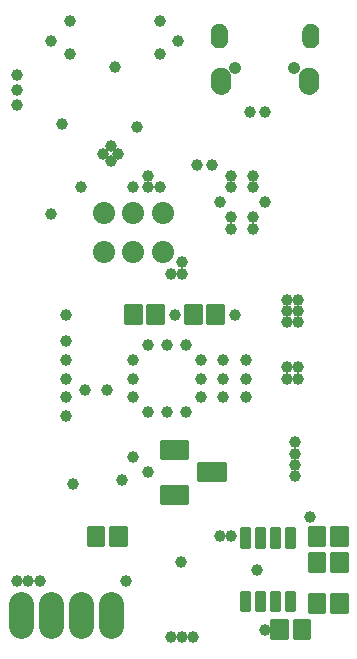
<source format=gbs>
G75*
%MOIN*%
%OFA0B0*%
%FSLAX25Y25*%
%IPPOS*%
%LPD*%
%AMOC8*
5,1,8,0,0,1.08239X$1,22.5*
%
%ADD10C,0.03953*%
%ADD11C,0.04150*%
%ADD12C,0.00039*%
%ADD13C,0.01224*%
%ADD14C,0.07378*%
%ADD15C,0.01210*%
%ADD16C,0.08200*%
%ADD17C,0.01237*%
D10*
X0007500Y0026250D03*
X0011250Y0026250D03*
X0015000Y0026250D03*
X0026250Y0058750D03*
X0042500Y0060000D03*
X0046250Y0067500D03*
X0051250Y0062500D03*
X0051250Y0082500D03*
X0046250Y0087500D03*
X0046250Y0093750D03*
X0046250Y0100000D03*
X0051250Y0105000D03*
X0057500Y0105000D03*
X0063750Y0105000D03*
X0068750Y0100000D03*
X0068750Y0093750D03*
X0068750Y0087500D03*
X0063750Y0082500D03*
X0057500Y0082500D03*
X0076250Y0087500D03*
X0076250Y0093750D03*
X0076250Y0100000D03*
X0083750Y0100000D03*
X0083750Y0093750D03*
X0083750Y0087500D03*
X0097500Y0093750D03*
X0097500Y0097500D03*
X0101250Y0097500D03*
X0101250Y0093750D03*
X0100000Y0072500D03*
X0100000Y0068750D03*
X0100000Y0065000D03*
X0100000Y0061250D03*
X0105000Y0047500D03*
X0087500Y0030000D03*
X0078750Y0041250D03*
X0075000Y0041250D03*
X0062264Y0032500D03*
X0043750Y0026250D03*
X0058750Y0007500D03*
X0062500Y0007500D03*
X0066250Y0007500D03*
X0090000Y0010000D03*
X0037500Y0090000D03*
X0030000Y0090000D03*
X0023750Y0087500D03*
X0023750Y0093750D03*
X0023750Y0100000D03*
X0023750Y0106250D03*
X0023750Y0115000D03*
X0023750Y0081250D03*
X0060000Y0115000D03*
X0058750Y0128750D03*
X0062500Y0128750D03*
X0062500Y0132500D03*
X0075000Y0152500D03*
X0078750Y0147500D03*
X0078750Y0143750D03*
X0086250Y0143750D03*
X0086250Y0147500D03*
X0090000Y0152500D03*
X0086250Y0157500D03*
X0086250Y0161250D03*
X0078750Y0161250D03*
X0078750Y0157500D03*
X0072500Y0165000D03*
X0067500Y0165000D03*
X0055000Y0157500D03*
X0051250Y0157500D03*
X0051250Y0161250D03*
X0046250Y0157500D03*
X0038750Y0166250D03*
X0036250Y0168750D03*
X0038750Y0171250D03*
X0041250Y0168750D03*
X0047500Y0177500D03*
X0040000Y0197500D03*
X0025000Y0202087D03*
X0025000Y0202087D03*
X0025000Y0202087D03*
X0025000Y0202087D03*
X0025000Y0202087D03*
X0025000Y0202087D03*
X0025000Y0202087D03*
X0025000Y0202087D03*
X0025000Y0202087D03*
X0025000Y0202087D03*
X0025000Y0202087D03*
X0018750Y0206250D03*
X0025000Y0212913D03*
X0025000Y0212913D03*
X0025000Y0212913D03*
X0025000Y0212913D03*
X0025000Y0212913D03*
X0025000Y0212913D03*
X0025000Y0212913D03*
X0025000Y0212913D03*
X0025000Y0212913D03*
X0025000Y0212913D03*
X0025000Y0212913D03*
X0007500Y0195000D03*
X0007500Y0190000D03*
X0007500Y0185000D03*
X0022500Y0178750D03*
X0028750Y0157500D03*
X0018750Y0148750D03*
X0055000Y0202087D03*
X0055000Y0202087D03*
X0055000Y0202087D03*
X0055000Y0202087D03*
X0055000Y0202087D03*
X0055000Y0202087D03*
X0055000Y0202087D03*
X0055000Y0202087D03*
X0055000Y0202087D03*
X0055000Y0202087D03*
X0055000Y0202087D03*
X0061250Y0206250D03*
X0055000Y0212913D03*
X0055000Y0212913D03*
X0055000Y0212913D03*
X0055000Y0212913D03*
X0055000Y0212913D03*
X0055000Y0212913D03*
X0055000Y0212913D03*
X0055000Y0212913D03*
X0055000Y0212913D03*
X0055000Y0212913D03*
X0055000Y0212913D03*
X0085000Y0182500D03*
X0090000Y0182500D03*
X0097500Y0120000D03*
X0097500Y0116250D03*
X0097500Y0112500D03*
X0101250Y0112500D03*
X0101250Y0116250D03*
X0101250Y0120000D03*
X0080000Y0115000D03*
D11*
X0080157Y0197217D03*
X0099843Y0197217D03*
D12*
X0101994Y0195998D02*
X0107337Y0195998D01*
X0107359Y0195960D02*
X0101972Y0195960D01*
X0101950Y0195923D02*
X0107381Y0195923D01*
X0107403Y0195885D02*
X0101928Y0195885D01*
X0101906Y0195847D02*
X0107425Y0195847D01*
X0107446Y0195809D02*
X0101884Y0195809D01*
X0101862Y0195771D02*
X0107468Y0195771D01*
X0107490Y0195733D02*
X0101841Y0195733D01*
X0101819Y0195695D02*
X0107512Y0195695D01*
X0107534Y0195657D02*
X0101797Y0195657D01*
X0101775Y0195620D02*
X0107556Y0195620D01*
X0107578Y0195582D02*
X0101753Y0195582D01*
X0101731Y0195544D02*
X0107599Y0195544D01*
X0107621Y0195506D02*
X0101709Y0195506D01*
X0101698Y0195486D02*
X0102038Y0196074D01*
X0102037Y0196074D02*
X0107293Y0196074D01*
X0107633Y0195486D01*
X0107842Y0194841D01*
X0107913Y0194165D01*
X0107913Y0192000D01*
X0107842Y0191325D01*
X0107633Y0190679D01*
X0107293Y0190091D01*
X0106839Y0189586D01*
X0106289Y0189187D01*
X0105669Y0188911D01*
X0105005Y0188770D01*
X0104326Y0188770D01*
X0103662Y0188911D01*
X0103041Y0189187D01*
X0102492Y0189586D01*
X0102038Y0190091D01*
X0101698Y0190679D01*
X0101488Y0191325D01*
X0101417Y0192000D01*
X0101417Y0194165D01*
X0101488Y0194841D01*
X0101698Y0195486D01*
X0101692Y0195468D02*
X0107639Y0195468D01*
X0107651Y0195430D02*
X0101680Y0195430D01*
X0101668Y0195392D02*
X0107663Y0195392D01*
X0107675Y0195354D02*
X0101655Y0195354D01*
X0101643Y0195316D02*
X0107688Y0195316D01*
X0107700Y0195279D02*
X0101631Y0195279D01*
X0101618Y0195241D02*
X0107712Y0195241D01*
X0107725Y0195203D02*
X0101606Y0195203D01*
X0101594Y0195165D02*
X0107737Y0195165D01*
X0107749Y0195127D02*
X0101581Y0195127D01*
X0101569Y0195089D02*
X0107762Y0195089D01*
X0107774Y0195051D02*
X0101557Y0195051D01*
X0101544Y0195013D02*
X0107786Y0195013D01*
X0107799Y0194976D02*
X0101532Y0194976D01*
X0101520Y0194938D02*
X0107811Y0194938D01*
X0107823Y0194900D02*
X0101508Y0194900D01*
X0101495Y0194862D02*
X0107835Y0194862D01*
X0107844Y0194824D02*
X0101487Y0194824D01*
X0101483Y0194786D02*
X0107848Y0194786D01*
X0107852Y0194748D02*
X0101479Y0194748D01*
X0101475Y0194710D02*
X0107856Y0194710D01*
X0107860Y0194673D02*
X0101471Y0194673D01*
X0101467Y0194635D02*
X0107864Y0194635D01*
X0107868Y0194597D02*
X0101463Y0194597D01*
X0101459Y0194559D02*
X0107872Y0194559D01*
X0107876Y0194521D02*
X0101455Y0194521D01*
X0101451Y0194483D02*
X0107880Y0194483D01*
X0107884Y0194445D02*
X0101447Y0194445D01*
X0101443Y0194407D02*
X0107888Y0194407D01*
X0107892Y0194369D02*
X0101439Y0194369D01*
X0101435Y0194332D02*
X0107896Y0194332D01*
X0107900Y0194294D02*
X0101431Y0194294D01*
X0101427Y0194256D02*
X0107904Y0194256D01*
X0107908Y0194218D02*
X0101423Y0194218D01*
X0101419Y0194180D02*
X0107912Y0194180D01*
X0107913Y0194142D02*
X0101417Y0194142D01*
X0101417Y0194104D02*
X0107913Y0194104D01*
X0107913Y0194066D02*
X0101417Y0194066D01*
X0101417Y0194029D02*
X0107913Y0194029D01*
X0107913Y0193991D02*
X0101417Y0193991D01*
X0101417Y0193953D02*
X0107913Y0193953D01*
X0107913Y0193915D02*
X0101417Y0193915D01*
X0101417Y0193877D02*
X0107913Y0193877D01*
X0107913Y0193839D02*
X0101417Y0193839D01*
X0101417Y0193801D02*
X0107913Y0193801D01*
X0107913Y0193763D02*
X0101417Y0193763D01*
X0101417Y0193725D02*
X0107913Y0193725D01*
X0107913Y0193688D02*
X0101417Y0193688D01*
X0101417Y0193650D02*
X0107913Y0193650D01*
X0107913Y0193612D02*
X0101417Y0193612D01*
X0101417Y0193574D02*
X0107913Y0193574D01*
X0107913Y0193536D02*
X0101417Y0193536D01*
X0101417Y0193498D02*
X0107913Y0193498D01*
X0107913Y0193460D02*
X0101417Y0193460D01*
X0101417Y0193422D02*
X0107913Y0193422D01*
X0107913Y0193385D02*
X0101417Y0193385D01*
X0101417Y0193347D02*
X0107913Y0193347D01*
X0107913Y0193309D02*
X0101417Y0193309D01*
X0101417Y0193271D02*
X0107913Y0193271D01*
X0107913Y0193233D02*
X0101417Y0193233D01*
X0101417Y0193195D02*
X0107913Y0193195D01*
X0107913Y0193157D02*
X0101417Y0193157D01*
X0101417Y0193119D02*
X0107913Y0193119D01*
X0107913Y0193081D02*
X0101417Y0193081D01*
X0101417Y0193044D02*
X0107913Y0193044D01*
X0107913Y0193006D02*
X0101417Y0193006D01*
X0101417Y0192968D02*
X0107913Y0192968D01*
X0107913Y0192930D02*
X0101417Y0192930D01*
X0101417Y0192892D02*
X0107913Y0192892D01*
X0107913Y0192854D02*
X0101417Y0192854D01*
X0101417Y0192816D02*
X0107913Y0192816D01*
X0107913Y0192778D02*
X0101417Y0192778D01*
X0101417Y0192741D02*
X0107913Y0192741D01*
X0107913Y0192703D02*
X0101417Y0192703D01*
X0101417Y0192665D02*
X0107913Y0192665D01*
X0107913Y0192627D02*
X0101417Y0192627D01*
X0101417Y0192589D02*
X0107913Y0192589D01*
X0107913Y0192551D02*
X0101417Y0192551D01*
X0101417Y0192513D02*
X0107913Y0192513D01*
X0107913Y0192475D02*
X0101417Y0192475D01*
X0101417Y0192437D02*
X0107913Y0192437D01*
X0107913Y0192400D02*
X0101417Y0192400D01*
X0101417Y0192362D02*
X0107913Y0192362D01*
X0107913Y0192324D02*
X0101417Y0192324D01*
X0101417Y0192286D02*
X0107913Y0192286D01*
X0107913Y0192248D02*
X0101417Y0192248D01*
X0101417Y0192210D02*
X0107913Y0192210D01*
X0107913Y0192172D02*
X0101417Y0192172D01*
X0101417Y0192134D02*
X0107913Y0192134D01*
X0107913Y0192097D02*
X0101417Y0192097D01*
X0101417Y0192059D02*
X0107913Y0192059D01*
X0107913Y0192021D02*
X0101417Y0192021D01*
X0101419Y0191983D02*
X0107912Y0191983D01*
X0107908Y0191945D02*
X0101423Y0191945D01*
X0101427Y0191907D02*
X0107904Y0191907D01*
X0107900Y0191869D02*
X0101431Y0191869D01*
X0101435Y0191831D02*
X0107896Y0191831D01*
X0107892Y0191794D02*
X0101439Y0191794D01*
X0101443Y0191756D02*
X0107888Y0191756D01*
X0107884Y0191718D02*
X0101447Y0191718D01*
X0101451Y0191680D02*
X0107880Y0191680D01*
X0107876Y0191642D02*
X0101455Y0191642D01*
X0101459Y0191604D02*
X0107872Y0191604D01*
X0107868Y0191566D02*
X0101463Y0191566D01*
X0101467Y0191528D02*
X0107864Y0191528D01*
X0107860Y0191490D02*
X0101471Y0191490D01*
X0101475Y0191453D02*
X0107856Y0191453D01*
X0107852Y0191415D02*
X0101479Y0191415D01*
X0101483Y0191377D02*
X0107848Y0191377D01*
X0107844Y0191339D02*
X0101487Y0191339D01*
X0101496Y0191301D02*
X0107835Y0191301D01*
X0107822Y0191263D02*
X0101508Y0191263D01*
X0101521Y0191225D02*
X0107810Y0191225D01*
X0107798Y0191187D02*
X0101533Y0191187D01*
X0101545Y0191150D02*
X0107786Y0191150D01*
X0107773Y0191112D02*
X0101558Y0191112D01*
X0101570Y0191074D02*
X0107761Y0191074D01*
X0107749Y0191036D02*
X0101582Y0191036D01*
X0101594Y0190998D02*
X0107736Y0190998D01*
X0107724Y0190960D02*
X0101607Y0190960D01*
X0101619Y0190922D02*
X0107712Y0190922D01*
X0107699Y0190884D02*
X0101631Y0190884D01*
X0101644Y0190846D02*
X0107687Y0190846D01*
X0107675Y0190809D02*
X0101656Y0190809D01*
X0101668Y0190771D02*
X0107662Y0190771D01*
X0107650Y0190733D02*
X0101681Y0190733D01*
X0101693Y0190695D02*
X0107638Y0190695D01*
X0107620Y0190657D02*
X0101711Y0190657D01*
X0101733Y0190619D02*
X0107598Y0190619D01*
X0107576Y0190581D02*
X0101754Y0190581D01*
X0101776Y0190543D02*
X0107554Y0190543D01*
X0107532Y0190506D02*
X0101798Y0190506D01*
X0101820Y0190468D02*
X0107511Y0190468D01*
X0107489Y0190430D02*
X0101842Y0190430D01*
X0101864Y0190392D02*
X0107467Y0190392D01*
X0107445Y0190354D02*
X0101886Y0190354D01*
X0101908Y0190316D02*
X0107423Y0190316D01*
X0107401Y0190278D02*
X0101929Y0190278D01*
X0101951Y0190240D02*
X0107379Y0190240D01*
X0107358Y0190202D02*
X0101973Y0190202D01*
X0101995Y0190165D02*
X0107336Y0190165D01*
X0107314Y0190127D02*
X0102017Y0190127D01*
X0102039Y0190089D02*
X0107291Y0190089D01*
X0107257Y0190051D02*
X0102074Y0190051D01*
X0102108Y0190013D02*
X0107223Y0190013D01*
X0107189Y0189975D02*
X0102142Y0189975D01*
X0102176Y0189937D02*
X0107155Y0189937D01*
X0107121Y0189899D02*
X0102210Y0189899D01*
X0102244Y0189862D02*
X0107087Y0189862D01*
X0107052Y0189824D02*
X0102278Y0189824D01*
X0102312Y0189786D02*
X0107018Y0189786D01*
X0106984Y0189748D02*
X0102346Y0189748D01*
X0102381Y0189710D02*
X0106950Y0189710D01*
X0106916Y0189672D02*
X0102415Y0189672D01*
X0102449Y0189634D02*
X0106882Y0189634D01*
X0106848Y0189596D02*
X0102483Y0189596D01*
X0102530Y0189559D02*
X0106801Y0189559D01*
X0106748Y0189521D02*
X0102582Y0189521D01*
X0102634Y0189483D02*
X0106696Y0189483D01*
X0106644Y0189445D02*
X0102687Y0189445D01*
X0102739Y0189407D02*
X0106592Y0189407D01*
X0106540Y0189369D02*
X0102791Y0189369D01*
X0102843Y0189331D02*
X0106488Y0189331D01*
X0106436Y0189293D02*
X0102895Y0189293D01*
X0102947Y0189255D02*
X0106383Y0189255D01*
X0106331Y0189218D02*
X0102999Y0189218D01*
X0103058Y0189180D02*
X0106273Y0189180D01*
X0106188Y0189142D02*
X0103143Y0189142D01*
X0103228Y0189104D02*
X0106103Y0189104D01*
X0106017Y0189066D02*
X0103313Y0189066D01*
X0103398Y0189028D02*
X0105932Y0189028D01*
X0105847Y0188990D02*
X0103483Y0188990D01*
X0103569Y0188952D02*
X0105762Y0188952D01*
X0105677Y0188915D02*
X0103654Y0188915D01*
X0103823Y0188877D02*
X0105508Y0188877D01*
X0105330Y0188839D02*
X0104001Y0188839D01*
X0104179Y0188801D02*
X0105151Y0188801D01*
X0107315Y0196036D02*
X0102016Y0196036D01*
X0102038Y0196074D02*
X0102492Y0196579D01*
X0103041Y0196978D01*
X0103662Y0197254D01*
X0104326Y0197396D01*
X0105005Y0197396D01*
X0105669Y0197254D01*
X0106289Y0196978D01*
X0106839Y0196579D01*
X0107293Y0196074D01*
X0107259Y0196112D02*
X0102071Y0196112D01*
X0102106Y0196150D02*
X0107225Y0196150D01*
X0107191Y0196188D02*
X0102140Y0196188D01*
X0102174Y0196226D02*
X0107157Y0196226D01*
X0107123Y0196264D02*
X0102208Y0196264D01*
X0102242Y0196301D02*
X0107089Y0196301D01*
X0107055Y0196339D02*
X0102276Y0196339D01*
X0102310Y0196377D02*
X0107021Y0196377D01*
X0106986Y0196415D02*
X0102344Y0196415D01*
X0102378Y0196453D02*
X0106952Y0196453D01*
X0106918Y0196491D02*
X0102412Y0196491D01*
X0102447Y0196529D02*
X0106884Y0196529D01*
X0106850Y0196567D02*
X0102481Y0196567D01*
X0102527Y0196604D02*
X0106804Y0196604D01*
X0106752Y0196642D02*
X0102579Y0196642D01*
X0102631Y0196680D02*
X0106700Y0196680D01*
X0106647Y0196718D02*
X0102683Y0196718D01*
X0102735Y0196756D02*
X0106595Y0196756D01*
X0106543Y0196794D02*
X0102788Y0196794D01*
X0102840Y0196832D02*
X0106491Y0196832D01*
X0106439Y0196870D02*
X0102892Y0196870D01*
X0102944Y0196908D02*
X0106387Y0196908D01*
X0106335Y0196945D02*
X0102996Y0196945D01*
X0103053Y0196983D02*
X0106278Y0196983D01*
X0106193Y0197021D02*
X0103138Y0197021D01*
X0103223Y0197059D02*
X0106108Y0197059D01*
X0106023Y0197097D02*
X0103308Y0197097D01*
X0103393Y0197135D02*
X0105938Y0197135D01*
X0105853Y0197173D02*
X0103478Y0197173D01*
X0103563Y0197211D02*
X0105768Y0197211D01*
X0105682Y0197248D02*
X0103648Y0197248D01*
X0103812Y0197286D02*
X0105519Y0197286D01*
X0105341Y0197324D02*
X0103990Y0197324D01*
X0104168Y0197362D02*
X0105163Y0197362D01*
X0104978Y0204121D02*
X0104435Y0204236D01*
X0103927Y0204462D01*
X0103478Y0204789D01*
X0103106Y0205202D01*
X0102828Y0205683D01*
X0102656Y0206211D01*
X0102598Y0206764D01*
X0102598Y0209323D01*
X0102656Y0209875D01*
X0102828Y0210404D01*
X0103106Y0210885D01*
X0103478Y0211298D01*
X0103927Y0211624D01*
X0104435Y0211850D01*
X0104978Y0211966D01*
X0105534Y0211966D01*
X0106077Y0211850D01*
X0106585Y0211624D01*
X0107034Y0211298D01*
X0107406Y0210885D01*
X0107684Y0210404D01*
X0107855Y0209875D01*
X0107913Y0209323D01*
X0107913Y0206764D01*
X0107855Y0206211D01*
X0107684Y0205683D01*
X0107406Y0205202D01*
X0107034Y0204789D01*
X0106585Y0204462D01*
X0106077Y0204236D01*
X0105534Y0204121D01*
X0104978Y0204121D01*
X0104875Y0204143D02*
X0105637Y0204143D01*
X0105815Y0204181D02*
X0104696Y0204181D01*
X0104518Y0204219D02*
X0105994Y0204219D01*
X0106122Y0204256D02*
X0104389Y0204256D01*
X0104304Y0204294D02*
X0106207Y0204294D01*
X0106292Y0204332D02*
X0104219Y0204332D01*
X0104134Y0204370D02*
X0106378Y0204370D01*
X0106463Y0204408D02*
X0104049Y0204408D01*
X0103964Y0204446D02*
X0106548Y0204446D01*
X0106614Y0204484D02*
X0103898Y0204484D01*
X0103846Y0204522D02*
X0106666Y0204522D01*
X0106718Y0204560D02*
X0103793Y0204560D01*
X0103741Y0204597D02*
X0106771Y0204597D01*
X0106823Y0204635D02*
X0103689Y0204635D01*
X0103637Y0204673D02*
X0106875Y0204673D01*
X0106927Y0204711D02*
X0103585Y0204711D01*
X0103533Y0204749D02*
X0106979Y0204749D01*
X0107031Y0204787D02*
X0103481Y0204787D01*
X0103445Y0204825D02*
X0107066Y0204825D01*
X0107100Y0204863D02*
X0103411Y0204863D01*
X0103377Y0204900D02*
X0107135Y0204900D01*
X0107169Y0204938D02*
X0103343Y0204938D01*
X0103309Y0204976D02*
X0107203Y0204976D01*
X0107237Y0205014D02*
X0103275Y0205014D01*
X0103241Y0205052D02*
X0107271Y0205052D01*
X0107305Y0205090D02*
X0103207Y0205090D01*
X0103173Y0205128D02*
X0107339Y0205128D01*
X0107373Y0205166D02*
X0103138Y0205166D01*
X0103105Y0205204D02*
X0107407Y0205204D01*
X0107429Y0205241D02*
X0103083Y0205241D01*
X0103061Y0205279D02*
X0107451Y0205279D01*
X0107473Y0205317D02*
X0103039Y0205317D01*
X0103017Y0205355D02*
X0107494Y0205355D01*
X0107516Y0205393D02*
X0102996Y0205393D01*
X0102974Y0205431D02*
X0107538Y0205431D01*
X0107560Y0205469D02*
X0102952Y0205469D01*
X0102930Y0205507D02*
X0107582Y0205507D01*
X0107604Y0205544D02*
X0102908Y0205544D01*
X0102886Y0205582D02*
X0107626Y0205582D01*
X0107647Y0205620D02*
X0102864Y0205620D01*
X0102842Y0205658D02*
X0107669Y0205658D01*
X0107688Y0205696D02*
X0102824Y0205696D01*
X0102812Y0205734D02*
X0107700Y0205734D01*
X0107713Y0205772D02*
X0102799Y0205772D01*
X0102787Y0205810D02*
X0107725Y0205810D01*
X0107737Y0205848D02*
X0102775Y0205848D01*
X0102762Y0205885D02*
X0107749Y0205885D01*
X0107762Y0205923D02*
X0102750Y0205923D01*
X0102738Y0205961D02*
X0107774Y0205961D01*
X0107786Y0205999D02*
X0102725Y0205999D01*
X0102713Y0206037D02*
X0107799Y0206037D01*
X0107811Y0206075D02*
X0102701Y0206075D01*
X0102689Y0206113D02*
X0107823Y0206113D01*
X0107836Y0206151D02*
X0102676Y0206151D01*
X0102664Y0206188D02*
X0107848Y0206188D01*
X0107857Y0206226D02*
X0102655Y0206226D01*
X0102651Y0206264D02*
X0107861Y0206264D01*
X0107865Y0206302D02*
X0102647Y0206302D01*
X0102643Y0206340D02*
X0107869Y0206340D01*
X0107873Y0206378D02*
X0102639Y0206378D01*
X0102635Y0206416D02*
X0107877Y0206416D01*
X0107881Y0206454D02*
X0102631Y0206454D01*
X0102627Y0206491D02*
X0107885Y0206491D01*
X0107889Y0206529D02*
X0102623Y0206529D01*
X0102619Y0206567D02*
X0107893Y0206567D01*
X0107897Y0206605D02*
X0102615Y0206605D01*
X0102611Y0206643D02*
X0107901Y0206643D01*
X0107905Y0206681D02*
X0102607Y0206681D01*
X0102603Y0206719D02*
X0107909Y0206719D01*
X0107913Y0206757D02*
X0102599Y0206757D01*
X0102598Y0206795D02*
X0107913Y0206795D01*
X0107913Y0206832D02*
X0102598Y0206832D01*
X0102598Y0206870D02*
X0107913Y0206870D01*
X0107913Y0206908D02*
X0102598Y0206908D01*
X0102598Y0206946D02*
X0107913Y0206946D01*
X0107913Y0206984D02*
X0102598Y0206984D01*
X0102598Y0207022D02*
X0107913Y0207022D01*
X0107913Y0207060D02*
X0102598Y0207060D01*
X0102598Y0207098D02*
X0107913Y0207098D01*
X0107913Y0207135D02*
X0102598Y0207135D01*
X0102598Y0207173D02*
X0107913Y0207173D01*
X0107913Y0207211D02*
X0102598Y0207211D01*
X0102598Y0207249D02*
X0107913Y0207249D01*
X0107913Y0207287D02*
X0102598Y0207287D01*
X0102598Y0207325D02*
X0107913Y0207325D01*
X0107913Y0207363D02*
X0102598Y0207363D01*
X0102598Y0207401D02*
X0107913Y0207401D01*
X0107913Y0207439D02*
X0102598Y0207439D01*
X0102598Y0207476D02*
X0107913Y0207476D01*
X0107913Y0207514D02*
X0102598Y0207514D01*
X0102598Y0207552D02*
X0107913Y0207552D01*
X0107913Y0207590D02*
X0102598Y0207590D01*
X0102598Y0207628D02*
X0107913Y0207628D01*
X0107913Y0207666D02*
X0102598Y0207666D01*
X0102598Y0207704D02*
X0107913Y0207704D01*
X0107913Y0207742D02*
X0102598Y0207742D01*
X0102598Y0207779D02*
X0107913Y0207779D01*
X0107913Y0207817D02*
X0102598Y0207817D01*
X0102598Y0207855D02*
X0107913Y0207855D01*
X0107913Y0207893D02*
X0102598Y0207893D01*
X0102598Y0207931D02*
X0107913Y0207931D01*
X0107913Y0207969D02*
X0102598Y0207969D01*
X0102598Y0208007D02*
X0107913Y0208007D01*
X0107913Y0208045D02*
X0102598Y0208045D01*
X0102598Y0208083D02*
X0107913Y0208083D01*
X0107913Y0208120D02*
X0102598Y0208120D01*
X0102598Y0208158D02*
X0107913Y0208158D01*
X0107913Y0208196D02*
X0102598Y0208196D01*
X0102598Y0208234D02*
X0107913Y0208234D01*
X0107913Y0208272D02*
X0102598Y0208272D01*
X0102598Y0208310D02*
X0107913Y0208310D01*
X0107913Y0208348D02*
X0102598Y0208348D01*
X0102598Y0208386D02*
X0107913Y0208386D01*
X0107913Y0208423D02*
X0102598Y0208423D01*
X0102598Y0208461D02*
X0107913Y0208461D01*
X0107913Y0208499D02*
X0102598Y0208499D01*
X0102598Y0208537D02*
X0107913Y0208537D01*
X0107913Y0208575D02*
X0102598Y0208575D01*
X0102598Y0208613D02*
X0107913Y0208613D01*
X0107913Y0208651D02*
X0102598Y0208651D01*
X0102598Y0208689D02*
X0107913Y0208689D01*
X0107913Y0208727D02*
X0102598Y0208727D01*
X0102598Y0208764D02*
X0107913Y0208764D01*
X0107913Y0208802D02*
X0102598Y0208802D01*
X0102598Y0208840D02*
X0107913Y0208840D01*
X0107913Y0208878D02*
X0102598Y0208878D01*
X0102598Y0208916D02*
X0107913Y0208916D01*
X0107913Y0208954D02*
X0102598Y0208954D01*
X0102598Y0208992D02*
X0107913Y0208992D01*
X0107913Y0209030D02*
X0102598Y0209030D01*
X0102598Y0209067D02*
X0107913Y0209067D01*
X0107913Y0209105D02*
X0102598Y0209105D01*
X0102598Y0209143D02*
X0107913Y0209143D01*
X0107913Y0209181D02*
X0102598Y0209181D01*
X0102598Y0209219D02*
X0107913Y0209219D01*
X0107913Y0209257D02*
X0102598Y0209257D01*
X0102598Y0209295D02*
X0107913Y0209295D01*
X0107912Y0209333D02*
X0102599Y0209333D01*
X0102603Y0209370D02*
X0107908Y0209370D01*
X0107904Y0209408D02*
X0102607Y0209408D01*
X0102611Y0209446D02*
X0107900Y0209446D01*
X0107896Y0209484D02*
X0102615Y0209484D01*
X0102619Y0209522D02*
X0107892Y0209522D01*
X0107888Y0209560D02*
X0102623Y0209560D01*
X0102627Y0209598D02*
X0107884Y0209598D01*
X0107880Y0209636D02*
X0102631Y0209636D01*
X0102635Y0209674D02*
X0107877Y0209674D01*
X0107873Y0209711D02*
X0102639Y0209711D01*
X0102643Y0209749D02*
X0107869Y0209749D01*
X0107865Y0209787D02*
X0102647Y0209787D01*
X0102651Y0209825D02*
X0107861Y0209825D01*
X0107857Y0209863D02*
X0102655Y0209863D01*
X0102665Y0209901D02*
X0107847Y0209901D01*
X0107835Y0209939D02*
X0102677Y0209939D01*
X0102689Y0209977D02*
X0107822Y0209977D01*
X0107810Y0210014D02*
X0102702Y0210014D01*
X0102714Y0210052D02*
X0107798Y0210052D01*
X0107785Y0210090D02*
X0102726Y0210090D01*
X0102739Y0210128D02*
X0107773Y0210128D01*
X0107761Y0210166D02*
X0102751Y0210166D01*
X0102763Y0210204D02*
X0107749Y0210204D01*
X0107736Y0210242D02*
X0102776Y0210242D01*
X0102788Y0210280D02*
X0107724Y0210280D01*
X0107712Y0210318D02*
X0102800Y0210318D01*
X0102812Y0210355D02*
X0107699Y0210355D01*
X0107687Y0210393D02*
X0102825Y0210393D01*
X0102844Y0210431D02*
X0107668Y0210431D01*
X0107646Y0210469D02*
X0102866Y0210469D01*
X0102888Y0210507D02*
X0107624Y0210507D01*
X0107602Y0210545D02*
X0102910Y0210545D01*
X0102931Y0210583D02*
X0107580Y0210583D01*
X0107558Y0210621D02*
X0102953Y0210621D01*
X0102975Y0210658D02*
X0107537Y0210658D01*
X0107515Y0210696D02*
X0102997Y0210696D01*
X0103019Y0210734D02*
X0107493Y0210734D01*
X0107471Y0210772D02*
X0103041Y0210772D01*
X0103063Y0210810D02*
X0107449Y0210810D01*
X0107427Y0210848D02*
X0103085Y0210848D01*
X0103107Y0210886D02*
X0107405Y0210886D01*
X0107371Y0210924D02*
X0103141Y0210924D01*
X0103175Y0210962D02*
X0107337Y0210962D01*
X0107303Y0210999D02*
X0103209Y0210999D01*
X0103243Y0211037D02*
X0107269Y0211037D01*
X0107235Y0211075D02*
X0103277Y0211075D01*
X0103311Y0211113D02*
X0107200Y0211113D01*
X0107166Y0211151D02*
X0103346Y0211151D01*
X0103380Y0211189D02*
X0107132Y0211189D01*
X0107098Y0211227D02*
X0103414Y0211227D01*
X0103448Y0211265D02*
X0107064Y0211265D01*
X0107028Y0211302D02*
X0103484Y0211302D01*
X0103536Y0211340D02*
X0106975Y0211340D01*
X0106923Y0211378D02*
X0103588Y0211378D01*
X0103641Y0211416D02*
X0106871Y0211416D01*
X0106819Y0211454D02*
X0103693Y0211454D01*
X0103745Y0211492D02*
X0106767Y0211492D01*
X0106715Y0211530D02*
X0103797Y0211530D01*
X0103849Y0211568D02*
X0106663Y0211568D01*
X0106610Y0211605D02*
X0103901Y0211605D01*
X0103970Y0211643D02*
X0106542Y0211643D01*
X0106457Y0211681D02*
X0104055Y0211681D01*
X0104140Y0211719D02*
X0106372Y0211719D01*
X0106287Y0211757D02*
X0104225Y0211757D01*
X0104310Y0211795D02*
X0106201Y0211795D01*
X0106116Y0211833D02*
X0104395Y0211833D01*
X0104531Y0211871D02*
X0105981Y0211871D01*
X0105803Y0211909D02*
X0104709Y0211909D01*
X0104887Y0211946D02*
X0105625Y0211946D01*
X0077402Y0209323D02*
X0077402Y0206764D01*
X0077344Y0206211D01*
X0077172Y0205683D01*
X0076894Y0205202D01*
X0076522Y0204789D01*
X0076073Y0204462D01*
X0075565Y0204236D01*
X0075022Y0204121D01*
X0074466Y0204121D01*
X0073923Y0204236D01*
X0073415Y0204462D01*
X0072966Y0204789D01*
X0072594Y0205202D01*
X0072316Y0205683D01*
X0072145Y0206211D01*
X0072087Y0206764D01*
X0072087Y0209323D01*
X0072145Y0209875D01*
X0072316Y0210404D01*
X0072594Y0210885D01*
X0072966Y0211298D01*
X0073415Y0211624D01*
X0073923Y0211850D01*
X0074466Y0211966D01*
X0075022Y0211966D01*
X0075565Y0211850D01*
X0076073Y0211624D01*
X0076522Y0211298D01*
X0076894Y0210885D01*
X0077172Y0210404D01*
X0077344Y0209875D01*
X0077402Y0209323D01*
X0077401Y0209333D02*
X0072088Y0209333D01*
X0072092Y0209370D02*
X0077397Y0209370D01*
X0077393Y0209408D02*
X0072096Y0209408D01*
X0072100Y0209446D02*
X0077389Y0209446D01*
X0077385Y0209484D02*
X0072104Y0209484D01*
X0072108Y0209522D02*
X0077381Y0209522D01*
X0077377Y0209560D02*
X0072112Y0209560D01*
X0072116Y0209598D02*
X0077373Y0209598D01*
X0077369Y0209636D02*
X0072119Y0209636D01*
X0072123Y0209674D02*
X0077365Y0209674D01*
X0077361Y0209711D02*
X0072127Y0209711D01*
X0072131Y0209749D02*
X0077357Y0209749D01*
X0077353Y0209787D02*
X0072135Y0209787D01*
X0072139Y0209825D02*
X0077349Y0209825D01*
X0077345Y0209863D02*
X0072143Y0209863D01*
X0072153Y0209901D02*
X0077335Y0209901D01*
X0077323Y0209939D02*
X0072165Y0209939D01*
X0072178Y0209977D02*
X0077311Y0209977D01*
X0077298Y0210014D02*
X0072190Y0210014D01*
X0072202Y0210052D02*
X0077286Y0210052D01*
X0077274Y0210090D02*
X0072214Y0210090D01*
X0072227Y0210128D02*
X0077261Y0210128D01*
X0077249Y0210166D02*
X0072239Y0210166D01*
X0072251Y0210204D02*
X0077237Y0210204D01*
X0077224Y0210242D02*
X0072264Y0210242D01*
X0072276Y0210280D02*
X0077212Y0210280D01*
X0077200Y0210318D02*
X0072288Y0210318D01*
X0072301Y0210355D02*
X0077188Y0210355D01*
X0077175Y0210393D02*
X0072313Y0210393D01*
X0072332Y0210431D02*
X0077156Y0210431D01*
X0077134Y0210469D02*
X0072354Y0210469D01*
X0072376Y0210507D02*
X0077112Y0210507D01*
X0077090Y0210545D02*
X0072398Y0210545D01*
X0072420Y0210583D02*
X0077069Y0210583D01*
X0077047Y0210621D02*
X0072442Y0210621D01*
X0072463Y0210658D02*
X0077025Y0210658D01*
X0077003Y0210696D02*
X0072485Y0210696D01*
X0072507Y0210734D02*
X0076981Y0210734D01*
X0076959Y0210772D02*
X0072529Y0210772D01*
X0072551Y0210810D02*
X0076937Y0210810D01*
X0076915Y0210848D02*
X0072573Y0210848D01*
X0072595Y0210886D02*
X0076893Y0210886D01*
X0076859Y0210924D02*
X0072629Y0210924D01*
X0072663Y0210962D02*
X0076825Y0210962D01*
X0076791Y0210999D02*
X0072697Y0210999D01*
X0072731Y0211037D02*
X0076757Y0211037D01*
X0076723Y0211075D02*
X0072765Y0211075D01*
X0072800Y0211113D02*
X0076689Y0211113D01*
X0076654Y0211151D02*
X0072834Y0211151D01*
X0072868Y0211189D02*
X0076620Y0211189D01*
X0076586Y0211227D02*
X0072902Y0211227D01*
X0072936Y0211265D02*
X0076552Y0211265D01*
X0076516Y0211302D02*
X0072972Y0211302D01*
X0073025Y0211340D02*
X0076464Y0211340D01*
X0076412Y0211378D02*
X0073077Y0211378D01*
X0073129Y0211416D02*
X0076359Y0211416D01*
X0076307Y0211454D02*
X0073181Y0211454D01*
X0073233Y0211492D02*
X0076255Y0211492D01*
X0076203Y0211530D02*
X0073285Y0211530D01*
X0073337Y0211568D02*
X0076151Y0211568D01*
X0076099Y0211605D02*
X0073389Y0211605D01*
X0073458Y0211643D02*
X0076030Y0211643D01*
X0075945Y0211681D02*
X0073543Y0211681D01*
X0073628Y0211719D02*
X0075860Y0211719D01*
X0075775Y0211757D02*
X0073713Y0211757D01*
X0073799Y0211795D02*
X0075690Y0211795D01*
X0075605Y0211833D02*
X0073884Y0211833D01*
X0074019Y0211871D02*
X0075469Y0211871D01*
X0075291Y0211909D02*
X0074197Y0211909D01*
X0074375Y0211946D02*
X0075113Y0211946D01*
X0077402Y0209295D02*
X0072087Y0209295D01*
X0072087Y0209257D02*
X0077402Y0209257D01*
X0077402Y0209219D02*
X0072087Y0209219D01*
X0072087Y0209181D02*
X0077402Y0209181D01*
X0077402Y0209143D02*
X0072087Y0209143D01*
X0072087Y0209105D02*
X0077402Y0209105D01*
X0077402Y0209067D02*
X0072087Y0209067D01*
X0072087Y0209030D02*
X0077402Y0209030D01*
X0077402Y0208992D02*
X0072087Y0208992D01*
X0072087Y0208954D02*
X0077402Y0208954D01*
X0077402Y0208916D02*
X0072087Y0208916D01*
X0072087Y0208878D02*
X0077402Y0208878D01*
X0077402Y0208840D02*
X0072087Y0208840D01*
X0072087Y0208802D02*
X0077402Y0208802D01*
X0077402Y0208764D02*
X0072087Y0208764D01*
X0072087Y0208727D02*
X0077402Y0208727D01*
X0077402Y0208689D02*
X0072087Y0208689D01*
X0072087Y0208651D02*
X0077402Y0208651D01*
X0077402Y0208613D02*
X0072087Y0208613D01*
X0072087Y0208575D02*
X0077402Y0208575D01*
X0077402Y0208537D02*
X0072087Y0208537D01*
X0072087Y0208499D02*
X0077402Y0208499D01*
X0077402Y0208461D02*
X0072087Y0208461D01*
X0072087Y0208423D02*
X0077402Y0208423D01*
X0077402Y0208386D02*
X0072087Y0208386D01*
X0072087Y0208348D02*
X0077402Y0208348D01*
X0077402Y0208310D02*
X0072087Y0208310D01*
X0072087Y0208272D02*
X0077402Y0208272D01*
X0077402Y0208234D02*
X0072087Y0208234D01*
X0072087Y0208196D02*
X0077402Y0208196D01*
X0077402Y0208158D02*
X0072087Y0208158D01*
X0072087Y0208120D02*
X0077402Y0208120D01*
X0077402Y0208083D02*
X0072087Y0208083D01*
X0072087Y0208045D02*
X0077402Y0208045D01*
X0077402Y0208007D02*
X0072087Y0208007D01*
X0072087Y0207969D02*
X0077402Y0207969D01*
X0077402Y0207931D02*
X0072087Y0207931D01*
X0072087Y0207893D02*
X0077402Y0207893D01*
X0077402Y0207855D02*
X0072087Y0207855D01*
X0072087Y0207817D02*
X0077402Y0207817D01*
X0077402Y0207779D02*
X0072087Y0207779D01*
X0072087Y0207742D02*
X0077402Y0207742D01*
X0077402Y0207704D02*
X0072087Y0207704D01*
X0072087Y0207666D02*
X0077402Y0207666D01*
X0077402Y0207628D02*
X0072087Y0207628D01*
X0072087Y0207590D02*
X0077402Y0207590D01*
X0077402Y0207552D02*
X0072087Y0207552D01*
X0072087Y0207514D02*
X0077402Y0207514D01*
X0077402Y0207476D02*
X0072087Y0207476D01*
X0072087Y0207439D02*
X0077402Y0207439D01*
X0077402Y0207401D02*
X0072087Y0207401D01*
X0072087Y0207363D02*
X0077402Y0207363D01*
X0077402Y0207325D02*
X0072087Y0207325D01*
X0072087Y0207287D02*
X0077402Y0207287D01*
X0077402Y0207249D02*
X0072087Y0207249D01*
X0072087Y0207211D02*
X0077402Y0207211D01*
X0077402Y0207173D02*
X0072087Y0207173D01*
X0072087Y0207135D02*
X0077402Y0207135D01*
X0077402Y0207098D02*
X0072087Y0207098D01*
X0072087Y0207060D02*
X0077402Y0207060D01*
X0077402Y0207022D02*
X0072087Y0207022D01*
X0072087Y0206984D02*
X0077402Y0206984D01*
X0077402Y0206946D02*
X0072087Y0206946D01*
X0072087Y0206908D02*
X0077402Y0206908D01*
X0077402Y0206870D02*
X0072087Y0206870D01*
X0072087Y0206832D02*
X0077402Y0206832D01*
X0077402Y0206795D02*
X0072087Y0206795D01*
X0072087Y0206757D02*
X0077401Y0206757D01*
X0077397Y0206719D02*
X0072091Y0206719D01*
X0072095Y0206681D02*
X0077393Y0206681D01*
X0077389Y0206643D02*
X0072099Y0206643D01*
X0072103Y0206605D02*
X0077385Y0206605D01*
X0077381Y0206567D02*
X0072107Y0206567D01*
X0072111Y0206529D02*
X0077377Y0206529D01*
X0077373Y0206491D02*
X0072115Y0206491D01*
X0072119Y0206454D02*
X0077369Y0206454D01*
X0077365Y0206416D02*
X0072123Y0206416D01*
X0072127Y0206378D02*
X0077361Y0206378D01*
X0077357Y0206340D02*
X0072131Y0206340D01*
X0072135Y0206302D02*
X0077353Y0206302D01*
X0077349Y0206264D02*
X0072139Y0206264D01*
X0072143Y0206226D02*
X0077345Y0206226D01*
X0077336Y0206188D02*
X0072152Y0206188D01*
X0072164Y0206151D02*
X0077324Y0206151D01*
X0077311Y0206113D02*
X0072177Y0206113D01*
X0072189Y0206075D02*
X0077299Y0206075D01*
X0077287Y0206037D02*
X0072201Y0206037D01*
X0072214Y0205999D02*
X0077275Y0205999D01*
X0077262Y0205961D02*
X0072226Y0205961D01*
X0072238Y0205923D02*
X0077250Y0205923D01*
X0077238Y0205885D02*
X0072251Y0205885D01*
X0072263Y0205848D02*
X0077225Y0205848D01*
X0077213Y0205810D02*
X0072275Y0205810D01*
X0072288Y0205772D02*
X0077201Y0205772D01*
X0077188Y0205734D02*
X0072300Y0205734D01*
X0072312Y0205696D02*
X0077176Y0205696D01*
X0077158Y0205658D02*
X0072331Y0205658D01*
X0072353Y0205620D02*
X0077136Y0205620D01*
X0077114Y0205582D02*
X0072374Y0205582D01*
X0072396Y0205544D02*
X0077092Y0205544D01*
X0077070Y0205507D02*
X0072418Y0205507D01*
X0072440Y0205469D02*
X0077048Y0205469D01*
X0077026Y0205431D02*
X0072462Y0205431D01*
X0072484Y0205393D02*
X0077004Y0205393D01*
X0076983Y0205355D02*
X0072506Y0205355D01*
X0072528Y0205317D02*
X0076961Y0205317D01*
X0076939Y0205279D02*
X0072549Y0205279D01*
X0072571Y0205241D02*
X0076917Y0205241D01*
X0076895Y0205204D02*
X0072593Y0205204D01*
X0072627Y0205166D02*
X0076862Y0205166D01*
X0076827Y0205128D02*
X0072661Y0205128D01*
X0072695Y0205090D02*
X0076793Y0205090D01*
X0076759Y0205052D02*
X0072729Y0205052D01*
X0072763Y0205014D02*
X0076725Y0205014D01*
X0076691Y0204976D02*
X0072797Y0204976D01*
X0072831Y0204938D02*
X0076657Y0204938D01*
X0076623Y0204900D02*
X0072865Y0204900D01*
X0072900Y0204863D02*
X0076589Y0204863D01*
X0076555Y0204825D02*
X0072934Y0204825D01*
X0072969Y0204787D02*
X0076519Y0204787D01*
X0076467Y0204749D02*
X0073021Y0204749D01*
X0073073Y0204711D02*
X0076415Y0204711D01*
X0076363Y0204673D02*
X0073125Y0204673D01*
X0073177Y0204635D02*
X0076311Y0204635D01*
X0076259Y0204597D02*
X0073229Y0204597D01*
X0073282Y0204560D02*
X0076207Y0204560D01*
X0076154Y0204522D02*
X0073334Y0204522D01*
X0073386Y0204484D02*
X0076102Y0204484D01*
X0076036Y0204446D02*
X0073452Y0204446D01*
X0073537Y0204408D02*
X0075951Y0204408D01*
X0075866Y0204370D02*
X0073622Y0204370D01*
X0073708Y0204332D02*
X0075781Y0204332D01*
X0075696Y0204294D02*
X0073793Y0204294D01*
X0073878Y0204256D02*
X0075611Y0204256D01*
X0075482Y0204219D02*
X0074006Y0204219D01*
X0074185Y0204181D02*
X0075304Y0204181D01*
X0075125Y0204143D02*
X0074363Y0204143D01*
X0074995Y0197396D02*
X0074331Y0197254D01*
X0073711Y0196978D01*
X0073161Y0196579D01*
X0072707Y0196074D01*
X0077963Y0196074D01*
X0077962Y0196074D02*
X0077508Y0196579D01*
X0076959Y0196978D01*
X0076338Y0197254D01*
X0075674Y0197396D01*
X0074995Y0197396D01*
X0074837Y0197362D02*
X0075832Y0197362D01*
X0076010Y0197324D02*
X0074659Y0197324D01*
X0074481Y0197286D02*
X0076188Y0197286D01*
X0076352Y0197248D02*
X0074318Y0197248D01*
X0074232Y0197211D02*
X0076437Y0197211D01*
X0076522Y0197173D02*
X0074147Y0197173D01*
X0074062Y0197135D02*
X0076607Y0197135D01*
X0076692Y0197097D02*
X0073977Y0197097D01*
X0073892Y0197059D02*
X0076777Y0197059D01*
X0076862Y0197021D02*
X0073807Y0197021D01*
X0073722Y0196983D02*
X0076947Y0196983D01*
X0077004Y0196945D02*
X0073665Y0196945D01*
X0073613Y0196908D02*
X0077056Y0196908D01*
X0077108Y0196870D02*
X0073561Y0196870D01*
X0073509Y0196832D02*
X0077160Y0196832D01*
X0077212Y0196794D02*
X0073457Y0196794D01*
X0073405Y0196756D02*
X0077265Y0196756D01*
X0077317Y0196718D02*
X0073353Y0196718D01*
X0073300Y0196680D02*
X0077369Y0196680D01*
X0077421Y0196642D02*
X0073248Y0196642D01*
X0073196Y0196604D02*
X0077473Y0196604D01*
X0077519Y0196567D02*
X0073150Y0196567D01*
X0073116Y0196529D02*
X0077553Y0196529D01*
X0077588Y0196491D02*
X0073082Y0196491D01*
X0073048Y0196453D02*
X0077622Y0196453D01*
X0077656Y0196415D02*
X0073014Y0196415D01*
X0072979Y0196377D02*
X0077690Y0196377D01*
X0077724Y0196339D02*
X0072945Y0196339D01*
X0072911Y0196301D02*
X0077758Y0196301D01*
X0077792Y0196264D02*
X0072877Y0196264D01*
X0072843Y0196226D02*
X0077826Y0196226D01*
X0077860Y0196188D02*
X0072809Y0196188D01*
X0072775Y0196150D02*
X0077894Y0196150D01*
X0077929Y0196112D02*
X0072741Y0196112D01*
X0072707Y0196074D02*
X0072367Y0195486D01*
X0072158Y0194841D01*
X0072087Y0194165D01*
X0072087Y0192000D01*
X0072158Y0191325D01*
X0072367Y0190679D01*
X0072707Y0190091D01*
X0073161Y0189586D01*
X0073711Y0189187D01*
X0074331Y0188911D01*
X0074995Y0188770D01*
X0075674Y0188770D01*
X0076338Y0188911D01*
X0076959Y0189187D01*
X0077508Y0189586D01*
X0077962Y0190091D01*
X0078302Y0190679D01*
X0078512Y0191325D01*
X0078583Y0192000D01*
X0078583Y0194165D01*
X0078512Y0194841D01*
X0078302Y0195486D01*
X0077962Y0196074D01*
X0077984Y0196036D02*
X0072685Y0196036D01*
X0072663Y0195998D02*
X0078006Y0195998D01*
X0078028Y0195960D02*
X0072641Y0195960D01*
X0072619Y0195923D02*
X0078050Y0195923D01*
X0078072Y0195885D02*
X0072597Y0195885D01*
X0072575Y0195847D02*
X0078094Y0195847D01*
X0078116Y0195809D02*
X0072554Y0195809D01*
X0072532Y0195771D02*
X0078138Y0195771D01*
X0078159Y0195733D02*
X0072510Y0195733D01*
X0072488Y0195695D02*
X0078181Y0195695D01*
X0078203Y0195657D02*
X0072466Y0195657D01*
X0072444Y0195620D02*
X0078225Y0195620D01*
X0078247Y0195582D02*
X0072422Y0195582D01*
X0072401Y0195544D02*
X0078269Y0195544D01*
X0078291Y0195506D02*
X0072379Y0195506D01*
X0072361Y0195468D02*
X0078308Y0195468D01*
X0078320Y0195430D02*
X0072349Y0195430D01*
X0072337Y0195392D02*
X0078332Y0195392D01*
X0078345Y0195354D02*
X0072325Y0195354D01*
X0072312Y0195316D02*
X0078357Y0195316D01*
X0078369Y0195279D02*
X0072300Y0195279D01*
X0072288Y0195241D02*
X0078382Y0195241D01*
X0078394Y0195203D02*
X0072275Y0195203D01*
X0072263Y0195165D02*
X0078406Y0195165D01*
X0078419Y0195127D02*
X0072251Y0195127D01*
X0072238Y0195089D02*
X0078431Y0195089D01*
X0078443Y0195051D02*
X0072226Y0195051D01*
X0072214Y0195013D02*
X0078456Y0195013D01*
X0078468Y0194976D02*
X0072201Y0194976D01*
X0072189Y0194938D02*
X0078480Y0194938D01*
X0078492Y0194900D02*
X0072177Y0194900D01*
X0072165Y0194862D02*
X0078505Y0194862D01*
X0078513Y0194824D02*
X0072156Y0194824D01*
X0072152Y0194786D02*
X0078517Y0194786D01*
X0078521Y0194748D02*
X0072148Y0194748D01*
X0072144Y0194710D02*
X0078525Y0194710D01*
X0078529Y0194673D02*
X0072140Y0194673D01*
X0072136Y0194635D02*
X0078533Y0194635D01*
X0078537Y0194597D02*
X0072132Y0194597D01*
X0072128Y0194559D02*
X0078541Y0194559D01*
X0078545Y0194521D02*
X0072124Y0194521D01*
X0072120Y0194483D02*
X0078549Y0194483D01*
X0078553Y0194445D02*
X0072116Y0194445D01*
X0072112Y0194407D02*
X0078557Y0194407D01*
X0078561Y0194369D02*
X0072108Y0194369D01*
X0072104Y0194332D02*
X0078565Y0194332D01*
X0078569Y0194294D02*
X0072100Y0194294D01*
X0072096Y0194256D02*
X0078573Y0194256D01*
X0078577Y0194218D02*
X0072092Y0194218D01*
X0072088Y0194180D02*
X0078581Y0194180D01*
X0078583Y0194142D02*
X0072087Y0194142D01*
X0072087Y0194104D02*
X0078583Y0194104D01*
X0078583Y0194066D02*
X0072087Y0194066D01*
X0072087Y0194029D02*
X0078583Y0194029D01*
X0078583Y0193991D02*
X0072087Y0193991D01*
X0072087Y0193953D02*
X0078583Y0193953D01*
X0078583Y0193915D02*
X0072087Y0193915D01*
X0072087Y0193877D02*
X0078583Y0193877D01*
X0078583Y0193839D02*
X0072087Y0193839D01*
X0072087Y0193801D02*
X0078583Y0193801D01*
X0078583Y0193763D02*
X0072087Y0193763D01*
X0072087Y0193725D02*
X0078583Y0193725D01*
X0078583Y0193688D02*
X0072087Y0193688D01*
X0072087Y0193650D02*
X0078583Y0193650D01*
X0078583Y0193612D02*
X0072087Y0193612D01*
X0072087Y0193574D02*
X0078583Y0193574D01*
X0078583Y0193536D02*
X0072087Y0193536D01*
X0072087Y0193498D02*
X0078583Y0193498D01*
X0078583Y0193460D02*
X0072087Y0193460D01*
X0072087Y0193422D02*
X0078583Y0193422D01*
X0078583Y0193385D02*
X0072087Y0193385D01*
X0072087Y0193347D02*
X0078583Y0193347D01*
X0078583Y0193309D02*
X0072087Y0193309D01*
X0072087Y0193271D02*
X0078583Y0193271D01*
X0078583Y0193233D02*
X0072087Y0193233D01*
X0072087Y0193195D02*
X0078583Y0193195D01*
X0078583Y0193157D02*
X0072087Y0193157D01*
X0072087Y0193119D02*
X0078583Y0193119D01*
X0078583Y0193081D02*
X0072087Y0193081D01*
X0072087Y0193044D02*
X0078583Y0193044D01*
X0078583Y0193006D02*
X0072087Y0193006D01*
X0072087Y0192968D02*
X0078583Y0192968D01*
X0078583Y0192930D02*
X0072087Y0192930D01*
X0072087Y0192892D02*
X0078583Y0192892D01*
X0078583Y0192854D02*
X0072087Y0192854D01*
X0072087Y0192816D02*
X0078583Y0192816D01*
X0078583Y0192778D02*
X0072087Y0192778D01*
X0072087Y0192741D02*
X0078583Y0192741D01*
X0078583Y0192703D02*
X0072087Y0192703D01*
X0072087Y0192665D02*
X0078583Y0192665D01*
X0078583Y0192627D02*
X0072087Y0192627D01*
X0072087Y0192589D02*
X0078583Y0192589D01*
X0078583Y0192551D02*
X0072087Y0192551D01*
X0072087Y0192513D02*
X0078583Y0192513D01*
X0078583Y0192475D02*
X0072087Y0192475D01*
X0072087Y0192437D02*
X0078583Y0192437D01*
X0078583Y0192400D02*
X0072087Y0192400D01*
X0072087Y0192362D02*
X0078583Y0192362D01*
X0078583Y0192324D02*
X0072087Y0192324D01*
X0072087Y0192286D02*
X0078583Y0192286D01*
X0078583Y0192248D02*
X0072087Y0192248D01*
X0072087Y0192210D02*
X0078583Y0192210D01*
X0078583Y0192172D02*
X0072087Y0192172D01*
X0072087Y0192134D02*
X0078583Y0192134D01*
X0078583Y0192097D02*
X0072087Y0192097D01*
X0072087Y0192059D02*
X0078583Y0192059D01*
X0078583Y0192021D02*
X0072087Y0192021D01*
X0072088Y0191983D02*
X0078581Y0191983D01*
X0078577Y0191945D02*
X0072092Y0191945D01*
X0072096Y0191907D02*
X0078573Y0191907D01*
X0078569Y0191869D02*
X0072100Y0191869D01*
X0072104Y0191831D02*
X0078565Y0191831D01*
X0078561Y0191794D02*
X0072108Y0191794D01*
X0072112Y0191756D02*
X0078557Y0191756D01*
X0078553Y0191718D02*
X0072116Y0191718D01*
X0072120Y0191680D02*
X0078549Y0191680D01*
X0078545Y0191642D02*
X0072124Y0191642D01*
X0072128Y0191604D02*
X0078541Y0191604D01*
X0078537Y0191566D02*
X0072132Y0191566D01*
X0072136Y0191528D02*
X0078533Y0191528D01*
X0078529Y0191490D02*
X0072140Y0191490D01*
X0072144Y0191453D02*
X0078525Y0191453D01*
X0078521Y0191415D02*
X0072148Y0191415D01*
X0072152Y0191377D02*
X0078517Y0191377D01*
X0078513Y0191339D02*
X0072156Y0191339D01*
X0072165Y0191301D02*
X0078504Y0191301D01*
X0078492Y0191263D02*
X0072178Y0191263D01*
X0072190Y0191225D02*
X0078479Y0191225D01*
X0078467Y0191187D02*
X0072202Y0191187D01*
X0072214Y0191150D02*
X0078455Y0191150D01*
X0078442Y0191112D02*
X0072227Y0191112D01*
X0072239Y0191074D02*
X0078430Y0191074D01*
X0078418Y0191036D02*
X0072251Y0191036D01*
X0072264Y0190998D02*
X0078406Y0190998D01*
X0078393Y0190960D02*
X0072276Y0190960D01*
X0072288Y0190922D02*
X0078381Y0190922D01*
X0078369Y0190884D02*
X0072301Y0190884D01*
X0072313Y0190846D02*
X0078356Y0190846D01*
X0078344Y0190809D02*
X0072325Y0190809D01*
X0072338Y0190771D02*
X0078332Y0190771D01*
X0078319Y0190733D02*
X0072350Y0190733D01*
X0072362Y0190695D02*
X0078307Y0190695D01*
X0078289Y0190657D02*
X0072380Y0190657D01*
X0072402Y0190619D02*
X0078267Y0190619D01*
X0078246Y0190581D02*
X0072424Y0190581D01*
X0072446Y0190543D02*
X0078224Y0190543D01*
X0078202Y0190506D02*
X0072468Y0190506D01*
X0072489Y0190468D02*
X0078180Y0190468D01*
X0078158Y0190430D02*
X0072511Y0190430D01*
X0072533Y0190392D02*
X0078136Y0190392D01*
X0078114Y0190354D02*
X0072555Y0190354D01*
X0072577Y0190316D02*
X0078092Y0190316D01*
X0078071Y0190278D02*
X0072599Y0190278D01*
X0072621Y0190240D02*
X0078049Y0190240D01*
X0078027Y0190202D02*
X0072642Y0190202D01*
X0072664Y0190165D02*
X0078005Y0190165D01*
X0077983Y0190127D02*
X0072686Y0190127D01*
X0072709Y0190089D02*
X0077961Y0190089D01*
X0077926Y0190051D02*
X0072743Y0190051D01*
X0072777Y0190013D02*
X0077892Y0190013D01*
X0077858Y0189975D02*
X0072811Y0189975D01*
X0072845Y0189937D02*
X0077824Y0189937D01*
X0077790Y0189899D02*
X0072879Y0189899D01*
X0072913Y0189862D02*
X0077756Y0189862D01*
X0077722Y0189824D02*
X0072948Y0189824D01*
X0072982Y0189786D02*
X0077688Y0189786D01*
X0077654Y0189748D02*
X0073016Y0189748D01*
X0073050Y0189710D02*
X0077619Y0189710D01*
X0077585Y0189672D02*
X0073084Y0189672D01*
X0073118Y0189634D02*
X0077551Y0189634D01*
X0077517Y0189596D02*
X0073152Y0189596D01*
X0073199Y0189559D02*
X0077470Y0189559D01*
X0077418Y0189521D02*
X0073252Y0189521D01*
X0073304Y0189483D02*
X0077366Y0189483D01*
X0077313Y0189445D02*
X0073356Y0189445D01*
X0073408Y0189407D02*
X0077261Y0189407D01*
X0077209Y0189369D02*
X0073460Y0189369D01*
X0073512Y0189331D02*
X0077157Y0189331D01*
X0077105Y0189293D02*
X0073564Y0189293D01*
X0073617Y0189255D02*
X0077053Y0189255D01*
X0077001Y0189218D02*
X0073669Y0189218D01*
X0073727Y0189180D02*
X0076942Y0189180D01*
X0076857Y0189142D02*
X0073812Y0189142D01*
X0073897Y0189104D02*
X0076772Y0189104D01*
X0076687Y0189066D02*
X0073983Y0189066D01*
X0074068Y0189028D02*
X0076602Y0189028D01*
X0076517Y0188990D02*
X0074153Y0188990D01*
X0074238Y0188952D02*
X0076431Y0188952D01*
X0076346Y0188915D02*
X0074323Y0188915D01*
X0074492Y0188877D02*
X0076177Y0188877D01*
X0075999Y0188839D02*
X0074670Y0188839D01*
X0074849Y0188801D02*
X0075821Y0188801D01*
D13*
X0076187Y0112159D02*
X0071293Y0112159D01*
X0071293Y0117841D01*
X0076187Y0117841D01*
X0076187Y0112159D01*
X0076187Y0113322D02*
X0071293Y0113322D01*
X0071293Y0114485D02*
X0076187Y0114485D01*
X0076187Y0115648D02*
X0071293Y0115648D01*
X0071293Y0116811D02*
X0076187Y0116811D01*
X0068707Y0112159D02*
X0063813Y0112159D01*
X0063813Y0117841D01*
X0068707Y0117841D01*
X0068707Y0112159D01*
X0068707Y0113322D02*
X0063813Y0113322D01*
X0063813Y0114485D02*
X0068707Y0114485D01*
X0068707Y0115648D02*
X0063813Y0115648D01*
X0063813Y0116811D02*
X0068707Y0116811D01*
X0056187Y0117841D02*
X0051293Y0117841D01*
X0056187Y0117841D02*
X0056187Y0112159D01*
X0051293Y0112159D01*
X0051293Y0117841D01*
X0051293Y0113322D02*
X0056187Y0113322D01*
X0056187Y0114485D02*
X0051293Y0114485D01*
X0051293Y0115648D02*
X0056187Y0115648D01*
X0056187Y0116811D02*
X0051293Y0116811D01*
X0048707Y0117841D02*
X0043813Y0117841D01*
X0048707Y0117841D02*
X0048707Y0112159D01*
X0043813Y0112159D01*
X0043813Y0117841D01*
X0043813Y0113322D02*
X0048707Y0113322D01*
X0048707Y0114485D02*
X0043813Y0114485D01*
X0043813Y0115648D02*
X0048707Y0115648D01*
X0048707Y0116811D02*
X0043813Y0116811D01*
X0043687Y0038409D02*
X0038793Y0038409D01*
X0038793Y0044091D01*
X0043687Y0044091D01*
X0043687Y0038409D01*
X0043687Y0039572D02*
X0038793Y0039572D01*
X0038793Y0040735D02*
X0043687Y0040735D01*
X0043687Y0041898D02*
X0038793Y0041898D01*
X0038793Y0043061D02*
X0043687Y0043061D01*
X0036207Y0038409D02*
X0031313Y0038409D01*
X0031313Y0044091D01*
X0036207Y0044091D01*
X0036207Y0038409D01*
X0036207Y0039572D02*
X0031313Y0039572D01*
X0031313Y0040735D02*
X0036207Y0040735D01*
X0036207Y0041898D02*
X0031313Y0041898D01*
X0031313Y0043061D02*
X0036207Y0043061D01*
X0092563Y0007159D02*
X0097457Y0007159D01*
X0092563Y0007159D02*
X0092563Y0012841D01*
X0097457Y0012841D01*
X0097457Y0007159D01*
X0097457Y0008322D02*
X0092563Y0008322D01*
X0092563Y0009485D02*
X0097457Y0009485D01*
X0097457Y0010648D02*
X0092563Y0010648D01*
X0092563Y0011811D02*
X0097457Y0011811D01*
X0100043Y0007159D02*
X0104937Y0007159D01*
X0100043Y0007159D02*
X0100043Y0012841D01*
X0104937Y0012841D01*
X0104937Y0007159D01*
X0104937Y0008322D02*
X0100043Y0008322D01*
X0100043Y0009485D02*
X0104937Y0009485D01*
X0104937Y0010648D02*
X0100043Y0010648D01*
X0100043Y0011811D02*
X0104937Y0011811D01*
X0105063Y0015909D02*
X0109957Y0015909D01*
X0105063Y0015909D02*
X0105063Y0021591D01*
X0109957Y0021591D01*
X0109957Y0015909D01*
X0109957Y0017072D02*
X0105063Y0017072D01*
X0105063Y0018235D02*
X0109957Y0018235D01*
X0109957Y0019398D02*
X0105063Y0019398D01*
X0105063Y0020561D02*
X0109957Y0020561D01*
X0112543Y0015909D02*
X0117437Y0015909D01*
X0112543Y0015909D02*
X0112543Y0021591D01*
X0117437Y0021591D01*
X0117437Y0015909D01*
X0117437Y0017072D02*
X0112543Y0017072D01*
X0112543Y0018235D02*
X0117437Y0018235D01*
X0117437Y0019398D02*
X0112543Y0019398D01*
X0112543Y0020561D02*
X0117437Y0020561D01*
X0117437Y0029659D02*
X0112543Y0029659D01*
X0112543Y0035341D01*
X0117437Y0035341D01*
X0117437Y0029659D01*
X0117437Y0030822D02*
X0112543Y0030822D01*
X0112543Y0031985D02*
X0117437Y0031985D01*
X0117437Y0033148D02*
X0112543Y0033148D01*
X0112543Y0034311D02*
X0117437Y0034311D01*
X0117437Y0038409D02*
X0112543Y0038409D01*
X0112543Y0044091D01*
X0117437Y0044091D01*
X0117437Y0038409D01*
X0117437Y0039572D02*
X0112543Y0039572D01*
X0112543Y0040735D02*
X0117437Y0040735D01*
X0117437Y0041898D02*
X0112543Y0041898D01*
X0112543Y0043061D02*
X0117437Y0043061D01*
X0109957Y0038409D02*
X0105063Y0038409D01*
X0105063Y0044091D01*
X0109957Y0044091D01*
X0109957Y0038409D01*
X0109957Y0039572D02*
X0105063Y0039572D01*
X0105063Y0040735D02*
X0109957Y0040735D01*
X0109957Y0041898D02*
X0105063Y0041898D01*
X0105063Y0043061D02*
X0109957Y0043061D01*
X0109957Y0029659D02*
X0105063Y0029659D01*
X0105063Y0035341D01*
X0109957Y0035341D01*
X0109957Y0029659D01*
X0109957Y0030822D02*
X0105063Y0030822D01*
X0105063Y0031985D02*
X0109957Y0031985D01*
X0109957Y0033148D02*
X0105063Y0033148D01*
X0105063Y0034311D02*
X0109957Y0034311D01*
D14*
X0056093Y0136004D03*
X0056093Y0148996D03*
X0046250Y0148996D03*
X0036407Y0148996D03*
X0036407Y0136004D03*
X0046250Y0136004D03*
D15*
X0084924Y0043478D02*
X0084924Y0037782D01*
X0082576Y0037782D01*
X0082576Y0043478D01*
X0084924Y0043478D01*
X0084924Y0038931D02*
X0082576Y0038931D01*
X0082576Y0040080D02*
X0084924Y0040080D01*
X0084924Y0041229D02*
X0082576Y0041229D01*
X0082576Y0042378D02*
X0084924Y0042378D01*
X0089924Y0043478D02*
X0089924Y0037782D01*
X0087576Y0037782D01*
X0087576Y0043478D01*
X0089924Y0043478D01*
X0089924Y0038931D02*
X0087576Y0038931D01*
X0087576Y0040080D02*
X0089924Y0040080D01*
X0089924Y0041229D02*
X0087576Y0041229D01*
X0087576Y0042378D02*
X0089924Y0042378D01*
X0094924Y0043478D02*
X0094924Y0037782D01*
X0092576Y0037782D01*
X0092576Y0043478D01*
X0094924Y0043478D01*
X0094924Y0038931D02*
X0092576Y0038931D01*
X0092576Y0040080D02*
X0094924Y0040080D01*
X0094924Y0041229D02*
X0092576Y0041229D01*
X0092576Y0042378D02*
X0094924Y0042378D01*
X0099924Y0043478D02*
X0099924Y0037782D01*
X0097576Y0037782D01*
X0097576Y0043478D01*
X0099924Y0043478D01*
X0099924Y0038931D02*
X0097576Y0038931D01*
X0097576Y0040080D02*
X0099924Y0040080D01*
X0099924Y0041229D02*
X0097576Y0041229D01*
X0097576Y0042378D02*
X0099924Y0042378D01*
X0099924Y0022218D02*
X0099924Y0016522D01*
X0097576Y0016522D01*
X0097576Y0022218D01*
X0099924Y0022218D01*
X0099924Y0017671D02*
X0097576Y0017671D01*
X0097576Y0018820D02*
X0099924Y0018820D01*
X0099924Y0019969D02*
X0097576Y0019969D01*
X0097576Y0021118D02*
X0099924Y0021118D01*
X0094924Y0022218D02*
X0094924Y0016522D01*
X0092576Y0016522D01*
X0092576Y0022218D01*
X0094924Y0022218D01*
X0094924Y0017671D02*
X0092576Y0017671D01*
X0092576Y0018820D02*
X0094924Y0018820D01*
X0094924Y0019969D02*
X0092576Y0019969D01*
X0092576Y0021118D02*
X0094924Y0021118D01*
X0089924Y0022218D02*
X0089924Y0016522D01*
X0087576Y0016522D01*
X0087576Y0022218D01*
X0089924Y0022218D01*
X0089924Y0017671D02*
X0087576Y0017671D01*
X0087576Y0018820D02*
X0089924Y0018820D01*
X0089924Y0019969D02*
X0087576Y0019969D01*
X0087576Y0021118D02*
X0089924Y0021118D01*
X0084924Y0022218D02*
X0084924Y0016522D01*
X0082576Y0016522D01*
X0082576Y0022218D01*
X0084924Y0022218D01*
X0084924Y0017671D02*
X0082576Y0017671D01*
X0082576Y0018820D02*
X0084924Y0018820D01*
X0084924Y0019969D02*
X0082576Y0019969D01*
X0082576Y0021118D02*
X0084924Y0021118D01*
D16*
X0008750Y0018600D02*
X0008750Y0011400D01*
X0018750Y0011400D02*
X0018750Y0018600D01*
X0028750Y0018600D02*
X0028750Y0011400D01*
X0038750Y0011400D02*
X0038750Y0018600D01*
D17*
X0055788Y0057638D02*
X0064212Y0057638D01*
X0064212Y0052362D01*
X0055788Y0052362D01*
X0055788Y0057638D01*
X0055788Y0053537D02*
X0064212Y0053537D01*
X0064212Y0054712D02*
X0055788Y0054712D01*
X0055788Y0055887D02*
X0064212Y0055887D01*
X0064212Y0057062D02*
X0055788Y0057062D01*
X0055788Y0072638D02*
X0064212Y0072638D01*
X0064212Y0067362D01*
X0055788Y0067362D01*
X0055788Y0072638D01*
X0055788Y0068537D02*
X0064212Y0068537D01*
X0064212Y0069712D02*
X0055788Y0069712D01*
X0055788Y0070887D02*
X0064212Y0070887D01*
X0064212Y0072062D02*
X0055788Y0072062D01*
X0068288Y0065138D02*
X0076712Y0065138D01*
X0076712Y0059862D01*
X0068288Y0059862D01*
X0068288Y0065138D01*
X0068288Y0061037D02*
X0076712Y0061037D01*
X0076712Y0062212D02*
X0068288Y0062212D01*
X0068288Y0063387D02*
X0076712Y0063387D01*
X0076712Y0064562D02*
X0068288Y0064562D01*
M02*

</source>
